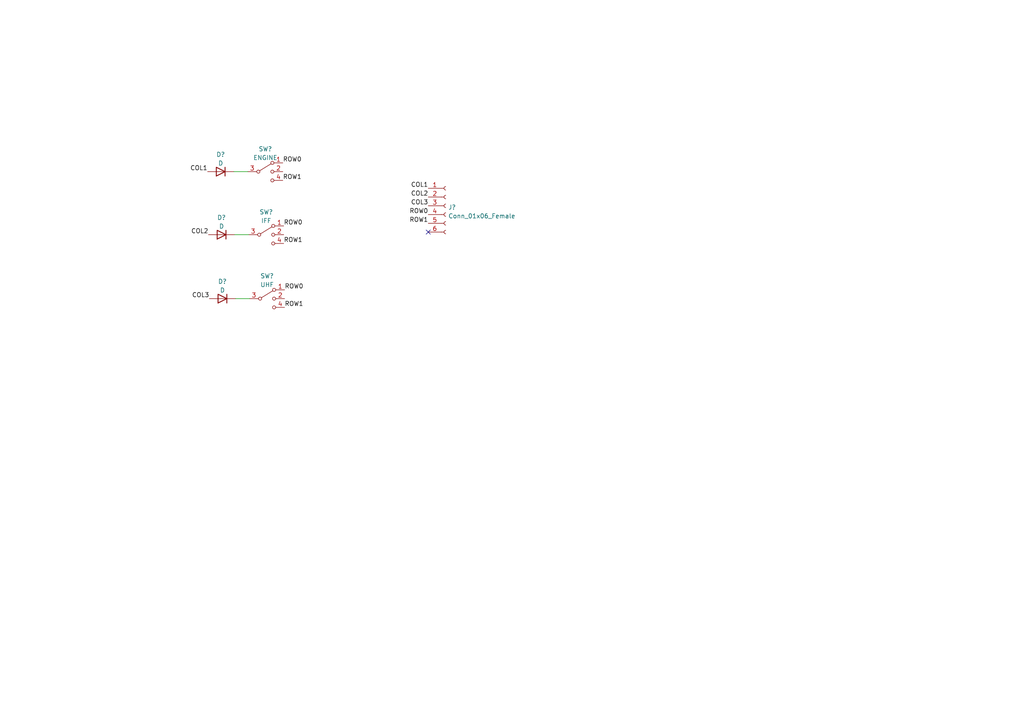
<source format=kicad_sch>
(kicad_sch (version 20211123) (generator eeschema)
  (paper "A4")
  (lib_symbols
    (symbol "Connector:Conn_01x06_Female" (pin_names (offset 1.016) hide)
      (property "Reference" "J" (at 0 7.62 0))
      (property "Value" "Conn_01x06_Female" (at 0 -10.16 0))
      (symbol "Conn_01x06_Female_1_1"
        (arc (start 0 -7.112) (mid -0.508 -7.62) (end 0 -8.128) (stroke (width 0.1524)))
        (arc (start 0 -4.572) (mid -0.508 -5.08) (end 0 -5.588) (stroke (width 0.1524)))
        (arc (start 0 -2.032) (mid -0.508 -2.54) (end 0 -3.048) (stroke (width 0.1524)))
        (polyline (pts (xy -1.27 -7.62) (xy -0.508 -7.62)) (stroke (width 0.1524)))
        (polyline (pts (xy -1.27 -5.08) (xy -0.508 -5.08)) (stroke (width 0.1524)))
        (polyline (pts (xy -1.27 -2.54) (xy -0.508 -2.54)) (stroke (width 0.1524)))
        (polyline (pts (xy -1.27 0) (xy -0.508 0)) (stroke (width 0.1524)))
        (polyline (pts (xy -1.27 2.54) (xy -0.508 2.54)) (stroke (width 0.1524)))
        (polyline (pts (xy -1.27 5.08) (xy -0.508 5.08)) (stroke (width 0.1524)))
        (arc (start 0 0.508) (mid -0.508 0) (end 0 -0.508) (stroke (width 0.1524)))
        (arc (start 0 3.048) (mid -0.508 2.54) (end 0 2.032) (stroke (width 0.1524)))
        (arc (start 0 5.588) (mid -0.508 5.08) (end 0 4.572) (stroke (width 0.1524)))
        (pin passive line (at -5.08 5.08 0) (length 3.81) (name "Pin_1") (number "1"))
        (pin passive line (at -5.08 2.54 0) (length 3.81) (name "Pin_2") (number "2"))
        (pin passive line (at -5.08 0 0) (length 3.81) (name "Pin_3") (number "3"))
        (pin passive line (at -5.08 -2.54 0) (length 3.81) (name "Pin_4") (number "4"))
        (pin passive line (at -5.08 -5.08 0) (length 3.81) (name "Pin_5") (number "5"))
        (pin passive line (at -5.08 -7.62 0) (length 3.81) (name "Pin_6") (number "6"))
      )
    )
    (symbol "Device:D" (pin_numbers hide) (pin_names (offset 1.016) hide)
      (property "Reference" "D" (at 0 2.54 0))
      (property "Value" "D" (at 0 -2.54 0))
      (symbol "D_0_1"
        (polyline (pts (xy -1.27 1.27) (xy -1.27 -1.27)) (stroke (width 0.254)))
        (polyline (pts (xy 1.27 0) (xy -1.27 0)))
        (polyline (pts (xy 1.27 1.27) (xy 1.27 -1.27) (xy -1.27 0) (xy 1.27 1.27)) (stroke (width 0.254)))
      )
      (symbol "D_1_1"
        (pin passive line (at -3.81 0 0) (length 2.54) (name "K") (number "1"))
        (pin passive line (at 3.81 0 180) (length 2.54) (name "A") (number "2"))
      )
    )
    (symbol "Switch:SW_SP3T" (pin_names (offset 0) hide)
      (property "Reference" "SW" (at 0 5.08 0))
      (property "Value" "SW_SP3T" (at 0 -5.08 0))
      (symbol "SW_SP3T_0_1"
        (circle (center -2.032 0) (radius 0.4572))
        (polyline (pts (xy -1.651 0.254) (xy 1.651 2.286)))
        (circle (center 2.032 -2.54) (radius 0.4572))
        (circle (center 2.032 0) (radius 0.4572))
        (circle (center 2.032 2.54) (radius 0.4572))
      )
      (symbol "SW_SP3T_1_1"
        (pin passive line (at 5.08 2.54 180) (length 2.54) (name "1") (number "1"))
        (pin passive line (at 5.08 0 180) (length 2.54) (name "2") (number "2"))
        (pin passive line (at -5.08 0 0) (length 2.54) (name "3") (number "3"))
        (pin passive line (at 5.08 -2.54 180) (length 2.54) (name "4") (number "4"))
      )
    )
  )
  (no_connect (at 124.206 67.31))
  (wire (pts (xy 67.818 49.784) (xy 71.882 49.784)))
  (wire (pts (xy 68.326 86.614) (xy 72.39 86.614)))
  (wire (pts (xy 68.072 68.072) (xy 72.136 68.072)))
  (label "COL2" (at 124.206 57.15 180))
  (label "COL3" (at 60.706 86.614 180))
  (label "COL2" (at 60.452 68.072 180))
  (label "ROW1" (at 82.55 89.154 0))
  (label "ROW1" (at 82.042 52.324 0))
  (label "ROW1" (at 124.206 64.77 180))
  (label "COL1" (at 60.198 49.784 180))
  (label "ROW0" (at 82.042 47.244 0))
  (label "COL1" (at 124.206 54.61 180))
  (label "ROW1" (at 82.296 70.612 0))
  (label "ROW0" (at 82.296 65.532 0))
  (label "ROW0" (at 82.55 84.074 0))
  (label "COL3" (at 124.206 59.69 180))
  (label "ROW0" (at 124.206 62.23 180))
  (symbol (lib_id "Switch:SW_SP3T") (at 77.216 68.072 0) (unit 1)
    (property "Reference" "SW?" (at 77.216 61.502 0))
    (property "Value" "IFF" (at 77.216 64.0389 0))
  )
  (symbol (lib_id "Switch:SW_SP3T") (at 77.47 86.614 0) (unit 1)
    (property "Reference" "SW?" (at 77.47 80.044 0))
    (property "Value" "UHF" (at 77.47 82.5809 0))
  )
  (symbol (lib_id "Device:D") (at 64.262 68.072 180) (unit 1)
    (property "Reference" "D?" (at 64.262 63.1022 0))
    (property "Value" "D" (at 64.262 65.6391 0))
  )
  (symbol (lib_id "Connector:Conn_01x06_Female") (at 129.286 59.69 0) (unit 1)
    (property "Reference" "J?" (at 129.9972 60.1253 0) (effects (justify left)))
    (property "Value" "Conn_01x06_Female" (at 129.9972 62.6622 0) (effects (justify left)))
  )
  (symbol (lib_id "Device:D") (at 64.008 49.784 180) (unit 1)
    (property "Reference" "D?" (at 64.008 44.8142 0))
    (property "Value" "D" (at 64.008 47.3511 0))
  )
  (symbol (lib_id "Switch:SW_SP3T") (at 76.962 49.784 0) (unit 1)
    (property "Reference" "SW?" (at 76.962 43.214 0))
    (property "Value" "ENGINE" (at 76.962 45.7509 0))
  )
  (symbol (lib_id "Device:D") (at 64.516 86.614 180) (unit 1)
    (property "Reference" "D?" (at 64.516 81.6442 0))
    (property "Value" "D" (at 64.516 84.1811 0))
  )
)
</source>
